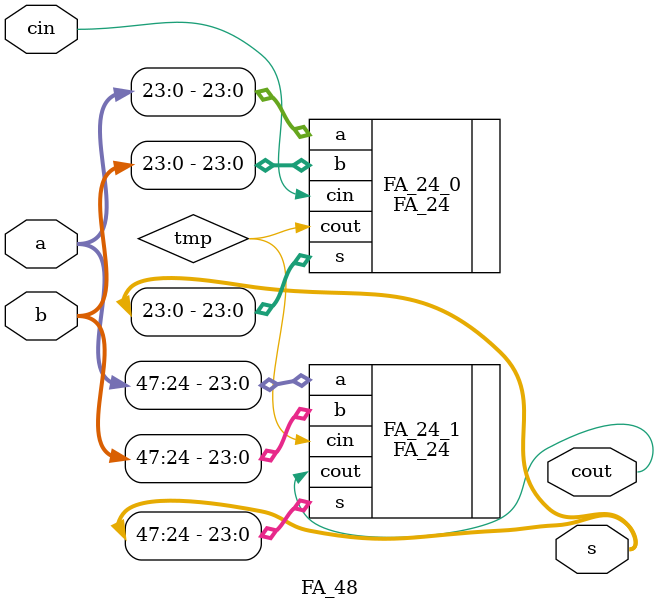
<source format=v>
`timescale 1ns / 1ps


module FA_48(
	a,
    b,
    cin,
    s,
    cout
);
parameter DATA_WIDTH = 48;

input [DATA_WIDTH - 1: 0]a;
input [DATA_WIDTH - 1: 0]b;
input cin;
output [DATA_WIDTH -1 :0]s;
output cout;

wire tmp;



FA_24 FA_24_0(.a(a[23:0]), .b (b[23:0]), .cin(cin),       .s(s[23:0]), .cout(tmp));
FA_24 FA_24_1(.a(a[47:24]), .b (b[47:24]), .cin(tmp),    .s(s[47:24]), .cout(cout));

endmodule

</source>
